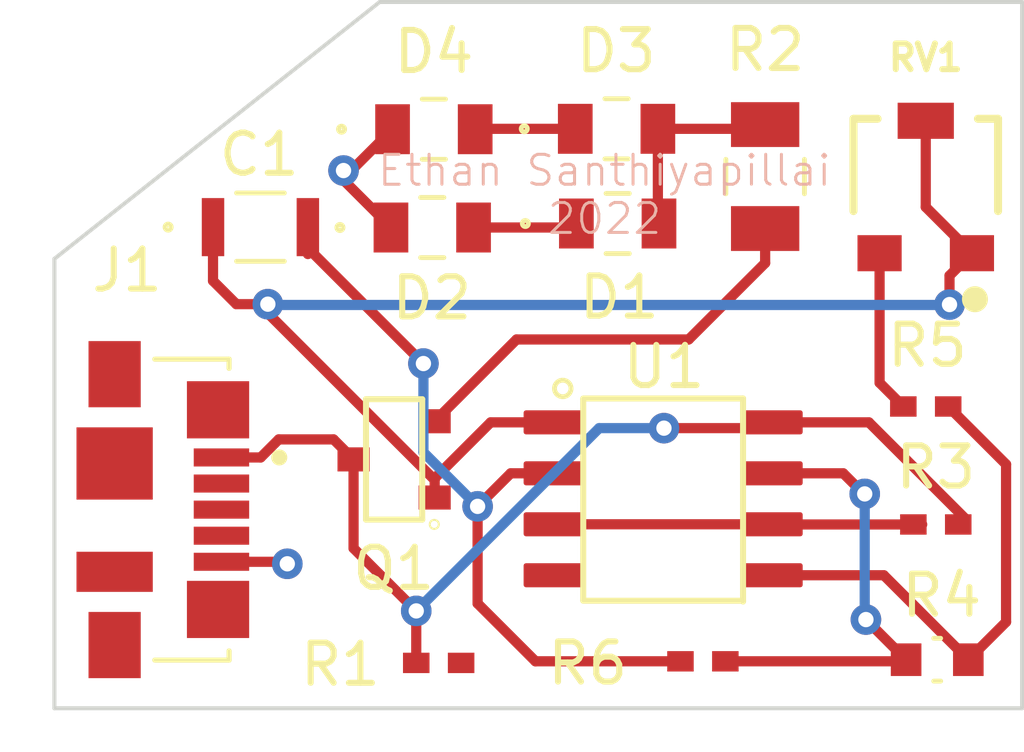
<source format=kicad_pcb>
(kicad_pcb (version 20211014) (generator pcbnew)
  (title_block (title "First_PCB_Design") (date "2022-12-03") (rev "A") (comment 4 "Author: Ethan Santhiyapillai"))
  (layers (0 "F.Cu" signal) (31 "B.Cu" signal) (34 "B.Paste" user) (35 "F.Paste" user) (36 "B.SilkS" user "B.Silkscreen") (37 "F.SilkS" user "F.Silkscreen") (38 "B.Mask" user) (39 "F.Mask" user) (44 "Edge.Cuts" user))
  (net 0 "")
  (net 1 "OutA")
  (net 2 "-INA")
  (net 3 "Net-(D1-Pad1)")
  (net 4 "Net-(D1-Pad2)")
  (net 5 "GND")
  (net 6 "Net-(D3-Pad1)")
  (net 7 "VCC")
  (net 11 "Net-(Q1-Pad2)")
  (net 12 "Net-(R3-Pad2)")
  (net 13 "Net-(R4-Pad1)")
  (net 14 "Net-(R4-Pad2)")
  (net 15 "Net-(R5-Pad2)")
  (footprint "First_PCB_Design_Footprints:RC0603FR-07100KL" (layer "F.Cu") (at 140.7853 143.29)
    (fp_text reference "R4" (at 0.11 -1.6) (layer "F.SilkS"))
    (fp_text value "100k" hide)
    (fp_line (start -0.08615 0.5334) (end 0.08615 0.5334) (layer "F.SilkS") (width 0.12))
    (fp_line (start 0.08615 -0.5334) (end -0.08615 -0.5334) (layer "F.SilkS") (width 0.12))
    (pad "1" smd rect (at -0.7747 0) (size 0.762 0.8128) (layers "F.Cu" "F.Paste" "F.Mask") (net 13 "Net-(R4-Pad1)"))
    (pad "2" smd rect (at 0.7747 0) (size 0.762 0.8128) (layers "F.Cu" "F.Paste" "F.Mask") (net 14 "Net-(R4-Pad2)"))
  )
  (footprint "First_PCB_Design_Footprints:MOLEX_47346-0001" (layer "F.Cu") (at 120.3 139.55 -90)
    (fp_text reference "J1" (at -5.9625 -0.31) (layer "F.SilkS"))
    (fp_text value "USB_B_Micro" hide)
    (fp_line (start -3.75 -2.85) (end -3.52 -2.85) (layer "F.SilkS") (width 0.127))
    (fp_line (start 3.75 -2.85) (end 3.52 -2.85) (layer "F.SilkS") (width 0.127))
    (fp_line (start -3.75 -2.85) (end -3.75 -1) (layer "F.SilkS") (width 0.127))
    (fp_line (start 3.75 -2.85) (end 3.75 -1) (layer "F.SilkS") (width 0.127))
    (fp_circle (center -1.3 -4.1) (end -1.2 -4.1) (layer "F.SilkS") (width 0.2) (fill none))
    (pad "1" smd rect (at -1.3 -2.66 270) (size 0.45 1.38) (layers "F.Cu" "F.Paste" "F.Mask") (net 7 "VCC"))
    (pad "2" smd rect (at -0.65 -2.66 270) (size 0.45 1.38) (layers "F.Cu" "F.Paste" "F.Mask"))
    (pad "3" smd rect (at 0 -2.66 270) (size 0.45 1.38) (layers "F.Cu" "F.Paste" "F.Mask"))
    (pad "4" smd rect (at 0.65 -2.66 270) (size 0.45 1.38) (layers "F.Cu" "F.Paste" "F.Mask"))
    (pad "5" smd rect (at 1.3 -2.66 270) (size 0.45 1.38) (layers "F.Cu" "F.Paste" "F.Mask") (net 5 "GND"))
    (pad "S1" smd rect (at -2.4875 -2.575 270) (size 1.425 1.55) (layers "F.Cu" "F.Paste" "F.Mask"))
    (pad "S2" smd rect (at 2.4875 -2.575 270) (size 1.425 1.55) (layers "F.Cu" "F.Paste" "F.Mask"))
    (pad "S3" smd rect (at -3.375 0 270) (size 1.65 1.3) (layers "F.Cu" "F.Paste" "F.Mask"))
    (pad "S4" smd rect (at -1.15 0 270) (size 1.8 1.9) (layers "F.Cu" "F.Paste" "F.Mask"))
    (pad "S5" smd rect (at 1.55 0 270) (size 1 1.9) (layers "F.Cu" "F.Paste" "F.Mask"))
    (pad "S6" smd rect (at 3.375 0 270) (size 1.65 1.3) (layers "F.Cu" "F.Paste" "F.Mask"))
  )
  (footprint "First_PCB_Design_Footprints:RNCP1206FTD100R" (layer "F.Cu") (at 136.5 131.25 90)
    (fp_text reference "R2" (at 3.16 0) (layer "F.SilkS"))
    (fp_text value "100" hide)
    (fp_line (start 0.42905 -0.9779) (end -0.42905 -0.9779) (layer "F.SilkS") (width 0.12))
    (fp_line (start -0.42905 0.9779) (end 0.42905 0.9779) (layer "F.SilkS") (width 0.12))
    (pad "1" smd rect (at -1.2954 0 90) (size 1.1176 1.7018) (layers "F.Cu" "F.Paste" "F.Mask") (net 11 "Net-(Q1-Pad2)"))
    (pad "2" smd rect (at 1.2954 0 90) (size 1.1176 1.7018) (layers "F.Cu" "F.Paste" "F.Mask") (net 4 "Net-(D1-Pad2)"))
  )
  (footprint "First_PCB_Design_Footprints:SS8050-G" (layer "F.Cu") (at 127.26 138.298432 90)
    (fp_text reference "Q1" (at -2.72 -0.011569 unlocked) (layer "F.SilkS"))
    (fp_text value "SS8050-G" hide)
    (fp_line (start 1.5 -0.7) (end -1.5 -0.7) (layer "F.SilkS") (width 0.15))
    (fp_line (start -1.5 0.7) (end -1.5 -0.7) (layer "F.SilkS") (width 0.15))
    (fp_line (start 1.5 0.7) (end 1.5 -0.7) (layer "F.SilkS") (width 0.15))
    (fp_line (start 1.5 0.7) (end -1.5 0.7) (layer "F.SilkS") (width 0.15))
    (fp_circle (center -1.62 1) (end -1.506863 1) (layer "F.SilkS") (width 0.05) (fill none))
    (pad "1" smd rect (at -0.95 1.01 90) (size 0.6 0.8) (layers "F.Cu" "F.Mask") (net 1 "OutA"))
    (pad "2" smd rect (at 0.95 1.01 90) (size 0.6 0.8) (layers "F.Cu" "F.Mask") (net 11 "Net-(Q1-Pad2)"))
    (pad "3" smd rect (at 0 -1.01 90) (size 0.6 0.8) (layers "F.Cu" "F.Mask") (net 7 "VCC"))
  )
  (footprint "First_PCB_Design_Footprints:VAOL-S8SB4" (layer "F.Cu") (at 128.25 130.07)
    (fp_text reference "D4" (at 0 -1.93) (layer "F.SilkS"))
    (fp_text value "BLUE" hide)
    (fp_line (start 0.28935 -0.7493) (end -0.28935 -0.7493) (layer "F.SilkS") (width 0.12))
    (fp_line (start -0.28935 0.7493) (end 0.28935 0.7493) (layer "F.SilkS") (width 0.12))
    (fp_circle (center -2.2987 0) (end -2.2225 0) (layer "F.SilkS") (width 0.12) (fill none))
    (pad "1" smd rect (at -1.0287 0) (size 0.8636 1.2446) (layers "F.Cu" "F.Paste" "F.Mask") (net 5 "GND"))
    (pad "2" smd rect (at 1.0287 0) (size 0.8636 1.2446) (layers "F.Cu" "F.Paste" "F.Mask") (net 6 "Net-(D3-Pad1)"))
  )
  (footprint "First_PCB_Design_Footprints:RC0402JR-0727KL" (layer "F.Cu") (at 140.75 139.92 180)
    (fp_text reference "R3" (at 0 1.425) (layer "F.SilkS"))
    (fp_text value "27k" hide)
    (pad "1" smd rect (at -0.5588 0 180) (size 0.6604 0.508) (layers "F.Cu" "F.Paste" "F.Mask") (net 7 "VCC"))
    (pad "2" smd rect (at 0.5588 0 180) (size 0.6604 0.508) (layers "F.Cu" "F.Paste" "F.Mask") (net 12 "Net-(R3-Pad2)"))
  )
  (footprint "First_PCB_Design_Footprints:RC0402JR-0730KL" (layer "F.Cu") (at 140.5 136.98 180)
    (fp_text reference "R5" (at -0.04 1.52) (layer "F.SilkS"))
    (fp_text value "30k" hide)
    (pad "1" smd rect (at -0.5588 0 180) (size 0.6604 0.508) (layers "F.Cu" "F.Paste" "F.Mask") (net 14 "Net-(R4-Pad2)"))
    (pad "2" smd rect (at 0.5588 0 180) (size 0.6604 0.508) (layers "F.Cu" "F.Paste" "F.Mask") (net 15 "Net-(R5-Pad2)"))
  )
  (footprint "First_PCB_Design_Footprints:VAOL-S8SB4" (layer "F.Cu") (at 128.21 132.52)
    (fp_text reference "D2" (at -0.01 1.76) (layer "F.SilkS"))
    (fp_text value "BLUE" hide)
    (fp_line (start -0.28935 0.7493) (end 0.28935 0.7493) (layer "F.SilkS") (width 0.12))
    (fp_line (start 0.28935 -0.7493) (end -0.28935 -0.7493) (layer "F.SilkS") (width 0.12))
    (fp_circle (center -2.2987 0) (end -2.2225 0) (layer "F.SilkS") (width 0.12) (fill none))
    (pad "1" smd rect (at -1.0287 0) (size 0.8636 1.2446) (layers "F.Cu" "F.Paste" "F.Mask") (net 5 "GND"))
    (pad "2" smd rect (at 1.0287 0) (size 0.8636 1.2446) (layers "F.Cu" "F.Paste" "F.Mask") (net 3 "Net-(D1-Pad1)"))
  )
  (footprint "First_PCB_Design_Footprints:TRIM_PVG3A200C01R00" (layer "F.Cu") (at 140.5 131.51)
    (fp_text reference "RV1" (at 0 -3.225) (layer "F.SilkS") (effects (font (size 0.640069 0.640069))))
    (fp_text value "20k" hide)
    (fp_line (start 1.3 -1.7) (end 1.8 -1.7) (layer "F.SilkS") (width 0.2))
    (fp_line (start -1.8 -1.7) (end -1.2 -1.7) (layer "F.SilkS") (width 0.2))
    (fp_line (start 1.8 -1.7) (end 1.8 0.6) (layer "F.SilkS") (width 0.2))
    (fp_line (start -1.8 0.6) (end -1.8 -1.7) (layer "F.SilkS") (width 0.2))
    (fp_circle (center 1.225 2.79702) (end 1.448606 2.79702) (layer "F.SilkS") (width 0.2) (fill none))
    (fp_poly (pts (xy 1.02861 2.59702) (xy 1.425 2.59702) (xy 1.425 3) (xy 1.02861 3)) (layer "F.SilkS") (width 0.01) (fill solid))
    (pad "1" smd rect (at 1.15 1.65) (size 1.1 0.9) (layers "F.Cu" "F.Paste" "F.Mask") (net 1 "OutA"))
    (pad "2" smd rect (at 0 -1.65) (size 1.4 0.9) (layers "F.Cu" "F.Paste" "F.Mask") (net 1 "OutA"))
    (pad "3" smd rect (at -1.15 1.65) (size 1.1 0.9) (layers "F.Cu" "F.Paste" "F.Mask") (net 15 "Net-(R5-Pad2)"))
  )
  (footprint "First_PCB_Design_Footprints:C2012JB1A226M125AB" (layer "F.Cu") (at 123.9311 132.51)
    (fp_text reference "C1" (at -0.0311 -1.81) (layer "F.SilkS"))
    (fp_text value "22uF" hide)
    (fp_line (start -0.59415 0.8509) (end 0.59415 0.8509) (layer "F.SilkS") (width 0.12))
    (fp_line (start 0.59415 -0.8509) (end -0.59415 -0.8509) (layer "F.SilkS") (width 0.12))
    (fp_circle (center -2.2987 0) (end -2.2225 0) (layer "F.SilkS") (width 0.12) (fill none))
    (pad "1" smd rect (at -1.1811 0) (size 0.5588 1.4478) (layers "F.Cu" "F.Paste" "F.Mask") (net 1 "OutA"))
    (pad "2" smd rect (at 1.1811 0) (size 0.5588 1.4478) (layers "F.Cu" "F.Paste" "F.Mask") (net 2 "-INA"))
  )
  (footprint "First_PCB_Design_Footprints:VAOL-S8SB4" (layer "F.Cu") (at 132.8 130.06)
    (fp_text reference "D3" (at -0.01 -1.94) (layer "F.SilkS"))
    (fp_text value "BLUE" hide)
    (fp_line (start -0.28935 0.7493) (end 0.28935 0.7493) (layer "F.SilkS") (width 0.12))
    (fp_line (start 0.28935 -0.7493) (end -0.28935 -0.7493) (layer "F.SilkS") (width 0.12))
    (fp_circle (center -2.2987 0) (end -2.2225 0) (layer "F.SilkS") (width 0.12) (fill none))
    (pad "1" smd rect (at -1.0287 0) (size 0.8636 1.2446) (layers "F.Cu" "F.Paste" "F.Mask") (net 6 "Net-(D3-Pad1)"))
    (pad "2" smd rect (at 1.0287 0) (size 0.8636 1.2446) (layers "F.Cu" "F.Paste" "F.Mask") (net 4 "Net-(D1-Pad2)"))
  )
  (footprint "First_PCB_Design_Footprints:RC0402JR-0727KL" (layer "F.Cu") (at 128.37 143.37)
    (fp_text reference "R1" (at -2.45 0.04) (layer "F.SilkS"))
    (fp_text value "27k" hide)
    (pad "1" smd rect (at -0.5588 0) (size 0.6604 0.508) (layers "F.Cu" "F.Paste" "F.Mask") (net 7 "VCC"))
    (pad "2" smd rect (at 0.5588 0) (size 0.6604 0.508) (layers "F.Cu" "F.Paste" "F.Mask") (net 5 "GND"))
  )
  (footprint "First_PCB_Design_Footprints:LM358BAIDR-SOIC" (layer "F.Cu") (at 133.96 139.280578)
    (fp_text reference "U1" (at 0.02 -3.29 unlocked) (layer "F.SilkS"))
    (fp_text value "LM358BAIDR" hide)
    (fp_line (start -1.99 -2.48) (end -1.99 2.52) (layer "F.SilkS") (width 0.15))
    (fp_line (start -1.99 2.54) (end 1.99 2.54) (layer "F.SilkS") (width 0.15))
    (fp_line (start -1.99 -2.5) (end 1.99 -2.5) (layer "F.SilkS") (width 0.15))
    (fp_line (start 1.99 -2.5) (end 1.99 2.56) (layer "F.SilkS") (width 0.15))
    (fp_circle (center -2.5 -2.75) (end -2.3 -2.7) (layer "F.SilkS") (width 0.12) (fill none))
    (pad "1" smd roundrect (at -2.7 -1.905) (size 1.55 0.6) (layers "F.Cu" "F.Mask") (roundrect_rratio 0.1) (net 1 "OutA"))
    (pad "2" smd roundrect (at -2.7 -0.635) (size 1.55 0.6) (layers "F.Cu" "F.Mask") (roundrect_rratio 0.1) (net 2 "-INA"))
    (pad "3" smd roundrect (at -2.7 0.635) (size 1.55 0.6) (layers "F.Cu" "F.Mask") (roundrect_rratio 0.1) (net 12 "Net-(R3-Pad2)"))
    (pad "4" smd roundrect (at -2.7 1.905) (size 1.55 0.6) (layers "F.Cu" "F.Mask") (roundrect_rratio 0.1) (net 5 "GND"))
    (pad "5" smd roundrect (at 2.7 1.905) (size 1.55 0.6) (layers "F.Cu" "F.Mask") (roundrect_rratio 0.1) (net 14 "Net-(R4-Pad2)"))
    (pad "6" smd roundrect (at 2.7 0.635) (size 1.55 0.6) (layers "F.Cu" "F.Mask") (roundrect_rratio 0.1) (net 12 "Net-(R3-Pad2)"))
    (pad "7" smd roundrect (at 2.7 -0.635) (size 1.55 0.6) (layers "F.Cu" "F.Mask") (roundrect_rratio 0.1) (net 13 "Net-(R4-Pad1)"))
    (pad "8" smd roundrect (at 2.7 -1.905) (size 1.55 0.6) (layers "F.Cu" "F.Mask") (roundrect_rratio 0.1) (net 7 "VCC"))
  )
  (footprint "First_PCB_Design_Footprints:VAOL-S8SB4" (layer "F.Cu") (at 132.8277 132.42)
    (fp_text reference "D1" (at 0.0387 1.84) (layer "F.SilkS"))
    (fp_text value "BLUE" hide)
    (fp_line (start -0.28935 0.7493) (end 0.28935 0.7493) (layer "F.SilkS") (width 0.12))
    (fp_line (start 0.28935 -0.7493) (end -0.28935 -0.7493) (layer "F.SilkS") (width 0.12))
    (fp_circle (center -2.2987 0) (end -2.2225 0) (layer "F.SilkS") (width 0.12) (fill none))
    (pad "1" smd rect (at -1.0287 0) (size 0.8636 1.2446) (layers "F.Cu" "F.Paste" "F.Mask") (net 3 "Net-(D1-Pad1)"))
    (pad "2" smd rect (at 1.0287 0) (size 0.8636 1.2446) (layers "F.Cu" "F.Paste" "F.Mask") (net 4 "Net-(D1-Pad2)"))
  )
  (footprint "First_PCB_Design_Footprints:RC0402JR-0727KL" (layer "F.Cu") (at 134.95 143.33 180)
    (fp_text reference "R6" (at 2.87 -0.05) (layer "F.SilkS"))
    (fp_text value "27k" hide)
    (pad "1" smd rect (at -0.5588 0 180) (size 0.6604 0.508) (layers "F.Cu" "F.Paste" "F.Mask") (net 13 "Net-(R4-Pad1)"))
    (pad "2" smd rect (at 0.5588 0 180) (size 0.6604 0.508) (layers "F.Cu" "F.Paste" "F.Mask") (net 2 "-INA"))
  )
  (gr_line (start 142.9 126.9) (end 142.9 144.5) (layer "Edge.Cuts") (width 0.1))
  (gr_line (start 118.8 133.3) (end 126.9 126.9) (layer "Edge.Cuts") (width 0.1))
  (gr_line (start 142.9 144.5) (end 118.8 144.5) (layer "Edge.Cuts") (width 0.1))
  (gr_line (start 126.9 126.9) (end 142.9 126.9) (layer "Edge.Cuts") (width 0.1))
  (gr_line (start 118.8 144.5) (end 118.8 133.3) (layer "Edge.Cuts") (width 0.1))
  (gr_text "Ethan Santhiyapillai\n2022" (at 132.5 131.7) (layer "B.SilkS") (effects (font (size 0.746 0.746) (thickness 0.0738))))
  (segment (start 122.75 132.51) (end 122.75 133.8489) (width 0.254) (layer "F.Cu") (net 1))
  (segment (start 128.27 138.810432) (end 128.27 139.248432) (width 0.254) (layer "F.Cu") (net 1))
  (segment (start 128.26 138.78) (end 129.664422 137.375578) (width 0.254) (layer "F.Cu") (net 1))
  (segment (start 124.01 134.55) (end 124.01 134.5) (width 0.254) (layer "F.Cu") (net 1))
  (segment (start 129.664422 137.375578) (end 131.26 137.375578) (width 0.254) (layer "F.Cu") (net 1))
  (segment (start 140.5 132.01) (end 141.65 133.16) (width 0.254) (layer "F.Cu") (net 1))
  (segment (start 123.3311 134.43) (end 124.06665 134.43) (width 0.254) (layer "F.Cu") (net 1))
  (segment (start 122.75 133.8489) (end 123.3311 134.43) (width 0.254) (layer "F.Cu") (net 1))
  (segment (start 122.75 132.51) (end 122.75 132.7089) (width 0.254) (layer "F.Cu") (net 1))
  (segment (start 141.0915 133.7185) (end 141.65 133.16) (width 0.254) (layer "F.Cu") (net 1))
  (segment (start 141.0915 134.44) (end 141.0915 133.7185) (width 0.254) (layer "F.Cu") (net 1))
  (segment (start 123.83555 134.43) (end 124.06665 134.43) (width 0.254) (layer "F.Cu") (net 1))
  (segment (start 140.5 129.86) (end 140.5 132.01) (width 0.254) (layer "F.Cu") (net 1))
  (segment (start 124.11555 134.43) (end 124.11555 134.655982) (width 0.254) (layer "F.Cu") (net 1))
  (segment (start 141.0915 134.44) (end 141.35 134.44) (width 0.254) (layer "F.Cu") (net 1))
  (segment (start 124.11555 134.655982) (end 128.27 138.810432) (width 0.254) (layer "F.Cu") (net 1))
  (via (at 124.11555 134.43) (size 0.762) (drill 0.381) (layers "F.Cu" "B.Cu") (net 1))
  (via (at 141.0915 134.44) (size 0.762) (drill 0.381) (layers "F.Cu" "B.Cu") (net 1))
  (segment (start 141.0915 134.44) (end 141.0815 134.45) (width 0.254) (layer "B.Cu") (net 1))
  (segment (start 141.0815 134.45) (end 124.13555 134.45) (width 0.254) (layer "B.Cu") (net 1))
  (segment (start 124.08665 134.45) (end 124.06665 134.43) (width 0.254) (layer "B.Cu") (net 1))
  (segment (start 129.339238 139.469238) (end 129.339238 141.889238) (width 0.254) (layer "F.Cu") (net 2))
  (segment (start 125.1122 132.51) (end 125.1122 133.0811) (width 0.254) (layer "F.Cu") (net 2))
  (segment (start 125.1611 133.0811) (end 127.99 135.91) (width 0.254) (layer "F.Cu") (net 2))
  (segment (start 129.339238 141.889238) (end 130.78 143.33) (width 0.254) (layer "F.Cu") (net 2))
  (segment (start 125.1122 132.51) (end 125.1122 133.1811) (width 0.254) (layer "F.Cu") (net 2))
  (segment (start 131.26 138.645578) (end 130.162898 138.645578) (width 0.254) (layer "F.Cu") (net 2))
  (segment (start 130.162898 138.645578) (end 129.339238 139.469238) (width 0.254) (layer "F.Cu") (net 2))
  (segment (start 130.78 143.33) (end 134.3912 143.33) (width 0.254) (layer "F.Cu") (net 2))
  (via (at 129.339238 139.469238) (size 0.762) (drill 0.381) (layers "F.Cu" "B.Cu") (net 2))
  (via (at 127.99 135.91) (size 0.762) (drill 0.381) (layers "F.Cu" "B.Cu") (net 2))
  (segment (start 127.99 138.12) (end 127.99 135.91) (width 0.254) (layer "B.Cu") (net 2))
  (segment (start 129.339238 139.469238) (end 127.99 138.12) (width 0.254) (layer "B.Cu") (net 2))
  (segment (start 129.2387 132.52) (end 131.699 132.52) (width 0.254) (layer "F.Cu") (net 3))
  (segment (start 131.699 132.52) (end 131.799 132.42) (width 0.254) (layer "F.Cu") (net 3))
  (segment (start 136.6269 130.06) (end 136.7323 129.9546) (width 0.254) (layer "F.Cu") (net 4))
  (segment (start 133.8287 130.06) (end 133.8287 132.3923) (width 0.254) (layer "F.Cu") (net 4))
  (segment (start 133.8287 130.06) (end 136.3946 130.06) (width 0.254) (layer "F.Cu") (net 4))
  (segment (start 133.8287 132.3923) (end 133.8564 132.42) (width 0.254) (layer "F.Cu") (net 4))
  (segment (start 136.3946 130.06) (end 136.5 129.9546) (width 0.254) (layer "F.Cu") (net 4))
  (segment (start 124.6 140.9) (end 124.55 140.85) (width 0.254) (layer "F.Cu") (net 5))
  (segment (start 127.1813 132.2813) (end 127.1813 132.52) (width 0.254) (layer "F.Cu") (net 5))
  (segment (start 124.55 140.85) (end 122.96 140.85) (width 0.254) (layer "F.Cu") (net 5))
  (segment (start 126 131.1) (end 126 131.3387) (width 0.254) (layer "F.Cu") (net 5))
  (segment (start 126 131.1) (end 126.1913 131.1) (width 0.254) (layer "F.Cu") (net 5))
  (segment (start 126.1913 131.1) (end 127.2213 130.07) (width 0.254) (layer "F.Cu") (net 5))
  (segment (start 126 131.3387) (end 127.1813 132.52) (width 0.254) (layer "F.Cu") (net 5))
  (via (at 126 131.1) (size 0.762) (drill 0.381) (layers "F.Cu" "B.Cu") (net 5))
  (via (at 124.6 140.9) (size 0.762) (drill 0.381) (layers "F.Cu" "B.Cu") (net 5))
  (segment (start 131.7713 130.06) (end 129.2887 130.06) (width 0.254) (layer "F.Cu") (net 6))
  (segment (start 129.2887 130.06) (end 129.2787 130.07) (width 0.254) (layer "F.Cu") (net 6))
  (segment (start 133.98 137.52) (end 136.515578 137.52) (width 0.254) (layer "F.Cu") (net 7))
  (segment (start 126.25 140.513) (end 126.25 138.298432) (width 0.254) (layer "F.Cu") (net 7))
  (segment (start 125.751568 137.8) (end 126.25 138.298432) (width 0.254) (layer "F.Cu") (net 7))
  (segment (start 122.96 138.25) (end 123.937 138.25) (width 0.254) (layer "F.Cu") (net 7))
  (segment (start 139.084378 137.375578) (end 141.5088 139.8) (width 0.254) (layer "F.Cu") (net 7))
  (segment (start 127.8112 142.0742) (end 126.25 140.513) (width 0.254) (layer "F.Cu") (net 7))
  (segment (start 124.387 137.8) (end 125.751568 137.8) (width 0.254) (layer "F.Cu") (net 7))
  (segment (start 127.8112 143.37) (end 127.8112 142.0742) (width 0.254) (layer "F.Cu") (net 7))
  (segment (start 136.66 137.375578) (end 139.084378 137.375578) (width 0.254) (layer "F.Cu") (net 7))
  (segment (start 123.937 138.25) (end 124.387 137.8) (width 0.254) (layer "F.Cu") (net 7))
  (segment (start 136.515578 137.52) (end 136.66 137.375578) (width 0.254) (layer "F.Cu") (net 7))
  (via (at 127.8112 142.0742) (size 0.762) (drill 0.381) (layers "F.Cu" "B.Cu") (net 7))
  (via (at 133.98 137.52) (size 0.762) (drill 0.381) (layers "F.Cu" "B.Cu") (net 7))
  (segment (start 133.98 137.52) (end 132.3654 137.52) (width 0.254) (layer "B.Cu") (net 7))
  (segment (start 132.3654 137.52) (end 127.8112 142.0742) (width 0.254) (layer "B.Cu") (net 7))
  (segment (start 134.5954 135.31) (end 130.308432 135.31) (width 0.254) (layer "F.Cu") (net 11))
  (segment (start 134.5954 135.31) (end 136.5 133.4054) (width 0.254) (layer "F.Cu") (net 11))
  (segment (start 136.5 133.4054) (end 136.5 132.5454) (width 0.254) (layer "F.Cu") (net 11))
  (segment (start 130.308432 135.31) (end 128.27 137.348432) (width 0.254) (layer "F.Cu") (net 11))
  (segment (start 136.664422 139.92) (end 140.4112 139.92) (width 0.254) (layer "F.Cu") (net 12))
  (segment (start 131.26 139.915578) (end 136.66 139.915578) (width 0.254) (layer "F.Cu") (net 12))
  (segment (start 136.66 139.915578) (end 136.664422 139.92) (width 0.254) (layer "F.Cu") (net 12))
  (segment (start 140.0106 143.29) (end 140.01 143.29) (width 0.254) (layer "F.Cu") (net 13))
  (segment (start 135.5088 143.33) (end 139.9706 143.33) (width 0.254) (layer "F.Cu") (net 13))
  (segment (start 140.01 143.29) (end 139.01 142.29) (width 0.254) (layer "F.Cu") (net 13))
  (segment (start 138.98 139.1585) (end 138.9585 139.1585) (width 0.254) (layer "F.Cu") (net 13))
  (segment (start 138.445578 138.645578) (end 136.66 138.645578) (width 0.254) (layer "F.Cu") (net 13))
  (segment (start 138.9585 139.1585) (end 138.445578 138.645578) (width 0.254) (layer "F.Cu") (net 13))
  (segment (start 139.9706 143.33) (end 140.0106 143.29) (width 0.254) (layer "F.Cu") (net 13))
  (via (at 138.98 139.1585) (size 0.762) (drill 0.381) (layers "F.Cu" "B.Cu") (net 13))
  (via (at 139.01 142.29) (size 0.762) (drill 0.381) (layers "F.Cu" "B.Cu") (net 13))
  (segment (start 138.98 142.26) (end 139.01 142.29) (width 0.254) (layer "B.Cu") (net 13))
  (segment (start 138.98 139.1585) (end 138.98 142.26) (width 0.254) (layer "B.Cu") (net 13))
  (segment (start 142.5 138.4212) (end 142.5 142.35) (width 0.254) (layer "F.Cu") (net 14))
  (segment (start 139.455578 141.185578) (end 141.56 143.29) (width 0.254) (layer "F.Cu") (net 14))
  (segment (start 141.0588 136.98) (end 142.5 138.4212) (width 0.254) (layer "F.Cu") (net 14))
  (segment (start 142.5 142.35) (end 141.56 143.29) (width 0.254) (layer "F.Cu") (net 14))
  (segment (start 136.66 141.185578) (end 139.455578 141.185578) (width 0.254) (layer "F.Cu") (net 14))
  (segment (start 139.35 136.3888) (end 139.35 133.16) (width 0.254) (layer "F.Cu") (net 15))
  (segment (start 139.9412 136.98) (end 139.35 136.3888) (width 0.254) (layer "F.Cu") (net 15))
)
</source>
